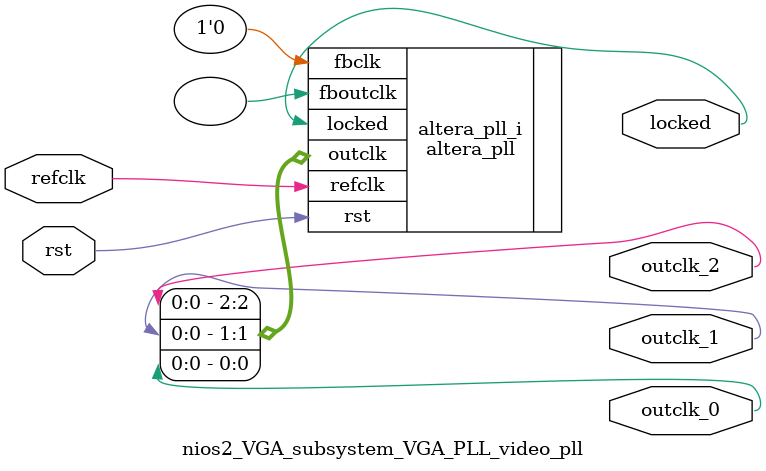
<source format=v>
`timescale 1ns/10ps
module  nios2_VGA_subsystem_VGA_PLL_video_pll(

	// interface 'refclk'
	input wire refclk,

	// interface 'reset'
	input wire rst,

	// interface 'outclk0'
	output wire outclk_0,

	// interface 'outclk1'
	output wire outclk_1,

	// interface 'outclk2'
	output wire outclk_2,

	// interface 'locked'
	output wire locked
);

	altera_pll #(
		.fractional_vco_multiplier("false"),
		.reference_clock_frequency("50.0 MHz"),
		.operation_mode("direct"),
		.number_of_clocks(3),
		.output_clock_frequency0("25.000000 MHz"),
		.phase_shift0("0 ps"),
		.duty_cycle0(50),
		.output_clock_frequency1("25.000000 MHz"),
		.phase_shift1("0 ps"),
		.duty_cycle1(50),
		.output_clock_frequency2("33.000000 MHz"),
		.phase_shift2("0 ps"),
		.duty_cycle2(50),
		.output_clock_frequency3("0 MHz"),
		.phase_shift3("0 ps"),
		.duty_cycle3(50),
		.output_clock_frequency4("0 MHz"),
		.phase_shift4("0 ps"),
		.duty_cycle4(50),
		.output_clock_frequency5("0 MHz"),
		.phase_shift5("0 ps"),
		.duty_cycle5(50),
		.output_clock_frequency6("0 MHz"),
		.phase_shift6("0 ps"),
		.duty_cycle6(50),
		.output_clock_frequency7("0 MHz"),
		.phase_shift7("0 ps"),
		.duty_cycle7(50),
		.output_clock_frequency8("0 MHz"),
		.phase_shift8("0 ps"),
		.duty_cycle8(50),
		.output_clock_frequency9("0 MHz"),
		.phase_shift9("0 ps"),
		.duty_cycle9(50),
		.output_clock_frequency10("0 MHz"),
		.phase_shift10("0 ps"),
		.duty_cycle10(50),
		.output_clock_frequency11("0 MHz"),
		.phase_shift11("0 ps"),
		.duty_cycle11(50),
		.output_clock_frequency12("0 MHz"),
		.phase_shift12("0 ps"),
		.duty_cycle12(50),
		.output_clock_frequency13("0 MHz"),
		.phase_shift13("0 ps"),
		.duty_cycle13(50),
		.output_clock_frequency14("0 MHz"),
		.phase_shift14("0 ps"),
		.duty_cycle14(50),
		.output_clock_frequency15("0 MHz"),
		.phase_shift15("0 ps"),
		.duty_cycle15(50),
		.output_clock_frequency16("0 MHz"),
		.phase_shift16("0 ps"),
		.duty_cycle16(50),
		.output_clock_frequency17("0 MHz"),
		.phase_shift17("0 ps"),
		.duty_cycle17(50),
		.pll_type("General"),
		.pll_subtype("General")
	) altera_pll_i (
		.rst	(rst),
		.outclk	({outclk_2, outclk_1, outclk_0}),
		.locked	(locked),
		.fboutclk	( ),
		.fbclk	(1'b0),
		.refclk	(refclk)
	);
endmodule


</source>
